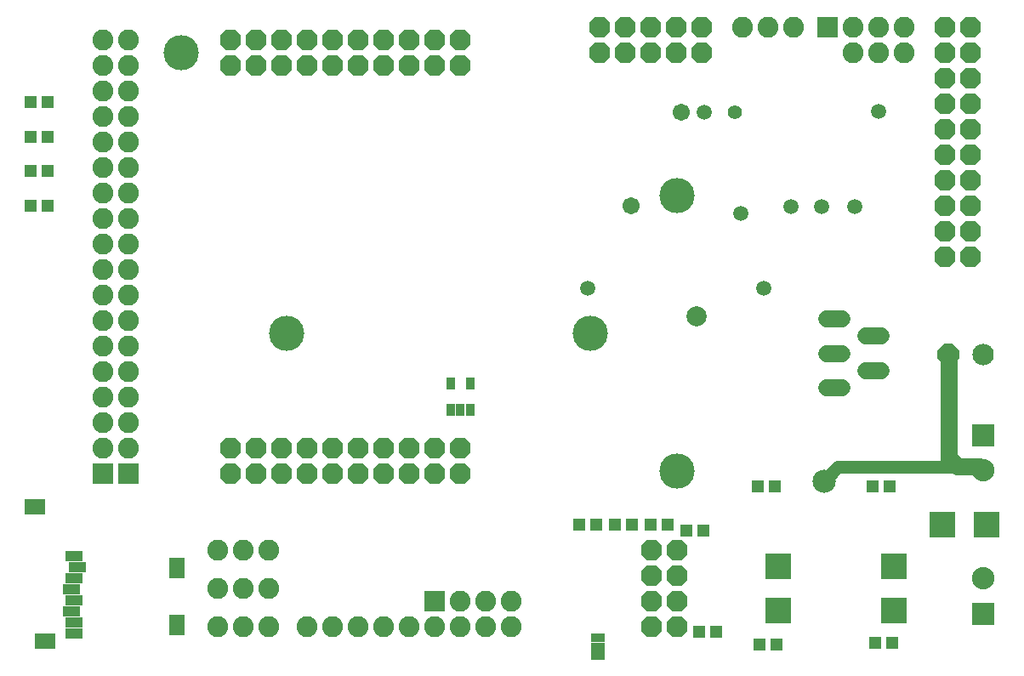
<source format=gbs>
G75*
G70*
%OFA0B0*%
%FSLAX24Y24*%
%IPPOS*%
%LPD*%
%AMOC8*
5,1,8,0,0,1.08239X$1,22.5*
%
%ADD10C,0.0660*%
%ADD11C,0.0500*%
%ADD12R,0.1025X0.1025*%
%ADD13R,0.0513X0.0474*%
%ADD14R,0.0880X0.0880*%
%ADD15C,0.0880*%
%ADD16C,0.0840*%
%ADD17OC8,0.0840*%
%ADD18OC8,0.0820*%
%ADD19R,0.0820X0.0820*%
%ADD20C,0.0820*%
%ADD21R,0.0828X0.0631*%
%ADD22R,0.0631X0.0789*%
%ADD23R,0.0671X0.0395*%
%ADD24R,0.0352X0.0470*%
%ADD25C,0.0674*%
%ADD26C,0.1380*%
%ADD27R,0.0580X0.0330*%
%ADD28C,0.0595*%
%ADD29C,0.0907*%
%ADD30C,0.0674*%
%ADD31C,0.0789*%
%ADD32C,0.0556*%
D10*
X038353Y008511D02*
X038353Y008761D01*
X038353Y012811D01*
X038353Y008761D02*
X038703Y008411D01*
X039553Y008411D01*
X039703Y008261D01*
D11*
X038353Y008411D02*
X034003Y008411D01*
X033453Y007861D01*
D12*
X038087Y006161D03*
X039819Y006161D03*
X036203Y004527D03*
X036203Y002795D03*
X031653Y002795D03*
X031653Y004527D03*
D13*
X028738Y005911D03*
X028069Y005911D03*
X027338Y006161D03*
X026669Y006161D03*
X025938Y006161D03*
X025269Y006161D03*
X024538Y006161D03*
X023869Y006161D03*
X028569Y001961D03*
X029238Y001961D03*
X030919Y001461D03*
X031588Y001461D03*
X035469Y001511D03*
X036138Y001511D03*
X036038Y007661D03*
X035369Y007661D03*
X031538Y007661D03*
X030869Y007661D03*
X003038Y018661D03*
X002369Y018661D03*
X002369Y020011D03*
X003038Y020011D03*
X003038Y021361D03*
X002369Y021361D03*
X002369Y022711D03*
X003038Y022711D03*
D14*
X039703Y009661D03*
X039703Y002661D03*
D15*
X039703Y004039D03*
X039703Y008283D03*
D16*
X039703Y012811D03*
D17*
X038328Y012811D03*
D18*
X038203Y016661D03*
X039203Y016661D03*
X039203Y017661D03*
X038203Y017661D03*
X038203Y018661D03*
X038203Y019661D03*
X039203Y019661D03*
X039203Y018661D03*
X039203Y020661D03*
X038203Y020661D03*
X038203Y021661D03*
X038203Y022661D03*
X039203Y022661D03*
X039203Y021661D03*
X039203Y023661D03*
X038203Y023661D03*
X038203Y024661D03*
X038203Y025661D03*
X039203Y025661D03*
X039203Y024661D03*
X028653Y024661D03*
X027653Y024661D03*
X026653Y024661D03*
X025653Y024661D03*
X024653Y024661D03*
X024653Y025661D03*
X025653Y025661D03*
X026653Y025661D03*
X027653Y025661D03*
X028653Y025661D03*
X019203Y025161D03*
X018203Y025161D03*
X017203Y025161D03*
X016203Y025161D03*
X015203Y025161D03*
X014203Y025161D03*
X013203Y025161D03*
X012203Y025161D03*
X011203Y025161D03*
X010203Y025161D03*
X010203Y024161D03*
X011203Y024161D03*
X012203Y024161D03*
X013203Y024161D03*
X014203Y024161D03*
X015203Y024161D03*
X016203Y024161D03*
X017203Y024161D03*
X018203Y024161D03*
X019203Y024161D03*
X019203Y009161D03*
X018203Y009161D03*
X017203Y009161D03*
X016203Y009161D03*
X015203Y009161D03*
X014203Y009161D03*
X013203Y009161D03*
X012203Y009161D03*
X011203Y009161D03*
X010203Y009161D03*
X010203Y008161D03*
X011203Y008161D03*
X012203Y008161D03*
X013203Y008161D03*
X014203Y008161D03*
X015203Y008161D03*
X016203Y008161D03*
X017203Y008161D03*
X018203Y008161D03*
X019203Y008161D03*
X026703Y005161D03*
X026703Y004161D03*
X027703Y004161D03*
X027703Y005161D03*
X027703Y003161D03*
X026703Y003161D03*
X026703Y002161D03*
X027703Y002161D03*
D19*
X018203Y003161D03*
X006203Y008161D03*
X005203Y008161D03*
X033603Y025661D03*
D20*
X034603Y025661D03*
X035603Y025661D03*
X036603Y025661D03*
X036603Y024661D03*
X035603Y024661D03*
X034603Y024661D03*
X032253Y025661D03*
X031253Y025661D03*
X030253Y025661D03*
X006203Y025161D03*
X005203Y025161D03*
X005203Y024161D03*
X006203Y024161D03*
X006203Y023161D03*
X005203Y023161D03*
X005203Y022161D03*
X006203Y022161D03*
X006203Y021161D03*
X005203Y021161D03*
X005203Y020161D03*
X005203Y019161D03*
X006203Y019161D03*
X006203Y020161D03*
X006203Y018161D03*
X005203Y018161D03*
X005203Y017161D03*
X005203Y016161D03*
X006203Y016161D03*
X006203Y017161D03*
X006203Y015161D03*
X005203Y015161D03*
X005203Y014161D03*
X005203Y013161D03*
X006203Y013161D03*
X006203Y014161D03*
X006203Y012161D03*
X005203Y012161D03*
X005203Y011161D03*
X005203Y010161D03*
X006203Y010161D03*
X006203Y011161D03*
X006203Y009161D03*
X005203Y009161D03*
X009703Y005161D03*
X010703Y005161D03*
X011703Y005161D03*
X011703Y003661D03*
X010703Y003661D03*
X009703Y003661D03*
X009703Y002161D03*
X010703Y002161D03*
X011703Y002161D03*
X013203Y002161D03*
X014203Y002161D03*
X015203Y002161D03*
X016203Y002161D03*
X017203Y002161D03*
X018203Y002161D03*
X019203Y002161D03*
X020203Y002161D03*
X021203Y002161D03*
X021203Y003161D03*
X020203Y003161D03*
X019203Y003161D03*
D21*
X002918Y001583D03*
X002525Y006858D03*
D22*
X008095Y004457D03*
X008095Y002212D03*
D23*
X004198Y004492D03*
X004040Y004925D03*
X004040Y004059D03*
X003962Y003626D03*
X004040Y003193D03*
X003962Y002760D03*
X004040Y002327D03*
X004040Y001894D03*
D24*
X018829Y010653D03*
X019203Y010653D03*
X019577Y010653D03*
X019577Y011673D03*
X018829Y011673D03*
D25*
X033549Y011523D02*
X034143Y011523D01*
X035084Y012192D02*
X035679Y012192D01*
X034143Y012861D02*
X033549Y012861D01*
X033549Y014200D02*
X034143Y014200D01*
X035084Y013531D02*
X035679Y013531D01*
D26*
X027703Y008261D03*
X024303Y013661D03*
X027703Y019061D03*
X012403Y013661D03*
X008253Y024661D03*
D27*
X024603Y001711D03*
X024603Y001361D03*
X024603Y001011D03*
D28*
X024203Y015411D03*
X030203Y018361D03*
X032153Y018611D03*
X033353Y018611D03*
X034653Y018611D03*
X031103Y015411D03*
X028753Y022311D03*
X035603Y022361D03*
D29*
X033453Y007861D03*
D30*
X025903Y018661D03*
X027853Y022311D03*
D31*
X028453Y014311D03*
D32*
X029953Y022311D03*
M02*

</source>
